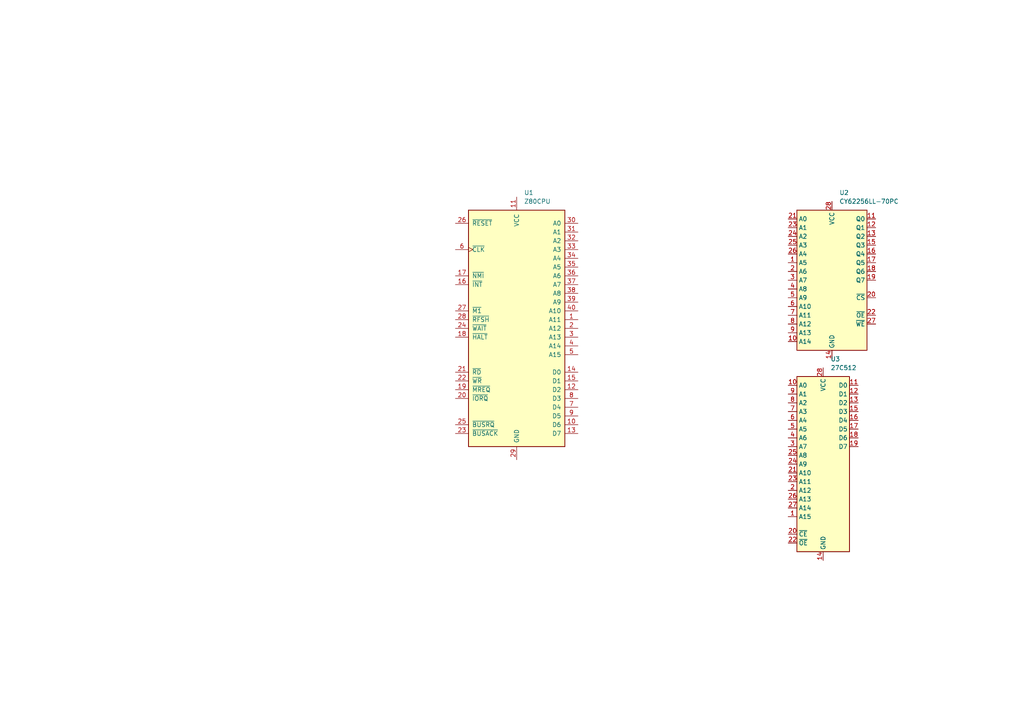
<source format=kicad_sch>
(kicad_sch (version 20250114) (generator "eeschema") (generator_version "9.0")
  (paper "A4")
  (lib_symbols
    (symbol "CPU:Z80CPU" (pin_names (offset 1.016))
      (property "Reference" "U" (at -13.97 35.56 0))
      (property "Value" "Z80CPU" (at 6.35 35.56 0))
      (symbol "Z80CPU_0_1"
        (rectangle (start -13.97 34.29) (end 13.97 -34.29) (stroke (width 0.254)) (fill (type background)))
      )
      (symbol "Z80CPU_1_1"
        (pin input line (at -17.78 30.48 0) (length 3.81) (name "~{RESET}") (number "26"))
        (pin input clock (at -17.78 22.86 0) (length 3.81) (name "~{CLK}") (number "6"))
        (pin input line (at -17.78 15.24 0) (length 3.81) (name "~{NMI}") (number "17"))
        (pin input line (at -17.78 12.7 0) (length 3.81) (name "~{INT}") (number "16"))
        (pin output line (at -17.78 5.08 0) (length 3.81) (name "~{M1}") (number "27"))
        (pin output line (at -17.78 2.54 0) (length 3.81) (name "~{RFSH}") (number "28"))
        (pin input line (at -17.78 0 0) (length 3.81) (name "~{WAIT}") (number "24"))
        (pin output line (at -17.78 -2.54 0) (length 3.81) (name "~{HALT}") (number "18"))
        (pin output line (at -17.78 -12.7 0) (length 3.81) (name "~{RD}") (number "21"))
        (pin output line (at -17.78 -15.24 0) (length 3.81) (name "~{WR}") (number "22"))
        (pin output line (at -17.78 -17.78 0) (length 3.81) (name "~{MREQ}") (number "19"))
        (pin output line (at -17.78 -20.32 0) (length 3.81) (name "~{IORQ}") (number "20"))
        (pin input line (at -17.78 -27.94 0) (length 3.81) (name "~{BUSRQ}") (number "25"))
        (pin output line (at -17.78 -30.48 0) (length 3.81) (name "~{BUSACK}") (number "23"))
        (pin power_in line (at 0 38.1 270) (length 3.81) (name "VCC") (number "11"))
        (pin power_in line (at 0 -38.1 90) (length 3.81) (name "GND") (number "29"))
        (pin output line (at 17.78 30.48 180) (length 3.81) (name "A0") (number "30"))
        (pin output line (at 17.78 27.94 180) (length 3.81) (name "A1") (number "31"))
        (pin output line (at 17.78 25.4 180) (length 3.81) (name "A2") (number "32"))
        (pin output line (at 17.78 22.86 180) (length 3.81) (name "A3") (number "33"))
        (pin output line (at 17.78 20.32 180) (length 3.81) (name "A4") (number "34"))
        (pin output line (at 17.78 17.78 180) (length 3.81) (name "A5") (number "35"))
        (pin output line (at 17.78 15.24 180) (length 3.81) (name "A6") (number "36"))
        (pin output line (at 17.78 12.7 180) (length 3.81) (name "A7") (number "37"))
        (pin output line (at 17.78 10.16 180) (length 3.81) (name "A8") (number "38"))
        (pin output line (at 17.78 7.62 180) (length 3.81) (name "A9") (number "39"))
        (pin output line (at 17.78 5.08 180) (length 3.81) (name "A10") (number "40"))
        (pin output line (at 17.78 2.54 180) (length 3.81) (name "A11") (number "1"))
        (pin output line (at 17.78 0 180) (length 3.81) (name "A12") (number "2"))
        (pin output line (at 17.78 -2.54 180) (length 3.81) (name "A13") (number "3"))
        (pin output line (at 17.78 -5.08 180) (length 3.81) (name "A14") (number "4"))
        (pin output line (at 17.78 -7.62 180) (length 3.81) (name "A15") (number "5"))
        (pin bidirectional line (at 17.78 -12.7 180) (length 3.81) (name "D0") (number "14"))
        (pin bidirectional line (at 17.78 -15.24 180) (length 3.81) (name "D1") (number "15"))
        (pin bidirectional line (at 17.78 -17.78 180) (length 3.81) (name "D2") (number "12"))
        (pin bidirectional line (at 17.78 -20.32 180) (length 3.81) (name "D3") (number "8"))
        (pin bidirectional line (at 17.78 -22.86 180) (length 3.81) (name "D4") (number "7"))
        (pin bidirectional line (at 17.78 -25.4 180) (length 3.81) (name "D5") (number "9"))
        (pin bidirectional line (at 17.78 -27.94 180) (length 3.81) (name "D6") (number "10"))
        (pin bidirectional line (at 17.78 -30.48 180) (length 3.81) (name "D7") (number "13"))
      )
    )
    (symbol "Memory_EPROM:27C512"
      (property "Reference" "U" (at -7.62 26.67 0))
      (property "Value" "27C512" (at 2.54 -26.67 0))
      (symbol "27C512_1_1"
        (rectangle (start -7.62 25.4) (end 7.62 -25.4) (stroke (width 0.254)) (fill (type background)))
        (pin input line (at -10.16 22.86 0) (length 2.54) (name "A0") (number "10"))
        (pin input line (at -10.16 20.32 0) (length 2.54) (name "A1") (number "9"))
        (pin input line (at -10.16 17.78 0) (length 2.54) (name "A2") (number "8"))
        (pin input line (at -10.16 15.24 0) (length 2.54) (name "A3") (number "7"))
        (pin input line (at -10.16 12.7 0) (length 2.54) (name "A4") (number "6"))
        (pin input line (at -10.16 10.16 0) (length 2.54) (name "A5") (number "5"))
        (pin input line (at -10.16 7.62 0) (length 2.54) (name "A6") (number "4"))
        (pin input line (at -10.16 5.08 0) (length 2.54) (name "A7") (number "3"))
        (pin input line (at -10.16 2.54 0) (length 2.54) (name "A8") (number "25"))
        (pin input line (at -10.16 0 0) (length 2.54) (name "A9") (number "24"))
        (pin input line (at -10.16 -2.54 0) (length 2.54) (name "A10") (number "21"))
        (pin input line (at -10.16 -5.08 0) (length 2.54) (name "A11") (number "23"))
        (pin input line (at -10.16 -7.62 0) (length 2.54) (name "A12") (number "2"))
        (pin input line (at -10.16 -10.16 0) (length 2.54) (name "A13") (number "26"))
        (pin input line (at -10.16 -12.7 0) (length 2.54) (name "A14") (number "27"))
        (pin input line (at -10.16 -15.24 0) (length 2.54) (name "A15") (number "1"))
        (pin input line (at -10.16 -20.32 0) (length 2.54) (name "~{CE}") (number "20"))
        (pin input line (at -10.16 -22.86 0) (length 2.54) (name "~{OE}") (number "22"))
        (pin power_in line (at 0 27.94 270) (length 2.54) (name "VCC") (number "28"))
        (pin power_in line (at 0 -27.94 90) (length 2.54) (name "GND") (number "14"))
        (pin tri_state line (at 10.16 22.86 180) (length 2.54) (name "D0") (number "11"))
        (pin tri_state line (at 10.16 20.32 180) (length 2.54) (name "D1") (number "12"))
        (pin tri_state line (at 10.16 17.78 180) (length 2.54) (name "D2") (number "13"))
        (pin tri_state line (at 10.16 15.24 180) (length 2.54) (name "D3") (number "15"))
        (pin tri_state line (at 10.16 12.7 180) (length 2.54) (name "D4") (number "16"))
        (pin tri_state line (at 10.16 10.16 180) (length 2.54) (name "D5") (number "17"))
        (pin tri_state line (at 10.16 7.62 180) (length 2.54) (name "D6") (number "18"))
        (pin tri_state line (at 10.16 5.08 180) (length 2.54) (name "D7") (number "19"))
      )
    )
    (symbol "Memory_RAM:CY62256-70PC"
      (property "Reference" "U2" (at 2.1433 25.4 0))
      (property "Value" "CY62256-70PC" (at 2.1433 22.86 0))
      (symbol "CY62256-70PC_0_0"
        (pin power_in line (at 0 22.86 270) (length 2.54) (name "VCC") (number "28"))
        (pin power_in line (at 0 -22.86 90) (length 2.54) (name "GND") (number "14"))
      )
      (symbol "CY62256-70PC_0_1"
        (rectangle (start -10.16 20.32) (end 10.16 -20.32) (stroke (width 0.254)) (fill (type background)))
      )
      (symbol "CY62256-70PC_1_1"
        (pin input line (at -12.7 17.78 0) (length 2.54) (name "A0") (number "21"))
        (pin input line (at -12.7 15.24 0) (length 2.54) (name "A1") (number "23"))
        (pin input line (at -12.7 12.7 0) (length 2.54) (name "A2") (number "24"))
        (pin input line (at -12.7 10.16 0) (length 2.54) (name "A3") (number "25"))
        (pin input line (at -12.7 7.62 0) (length 2.54) (name "A4") (number "26"))
        (pin input line (at -12.7 5.08 0) (length 2.54) (name "A5") (number "1"))
        (pin input line (at -12.7 2.54 0) (length 2.54) (name "A6") (number "2"))
        (pin input line (at -12.7 0 0) (length 2.54) (name "A7") (number "3"))
        (pin input line (at -12.7 -2.54 0) (length 2.54) (name "A8") (number "4"))
        (pin input line (at -12.7 -5.08 0) (length 2.54) (name "A9") (number "5"))
        (pin input line (at -12.7 -7.62 0) (length 2.54) (name "A10") (number "6"))
        (pin input line (at -12.7 -10.16 0) (length 2.54) (name "A11") (number "7"))
        (pin input line (at -12.7 -12.7 0) (length 2.54) (name "A12") (number "8"))
        (pin input line (at -12.7 -15.24 0) (length 2.54) (name "A13") (number "9"))
        (pin input line (at -12.7 -17.78 0) (length 2.54) (name "A14") (number "10"))
        (pin tri_state line (at 12.7 17.78 180) (length 2.54) (name "Q0") (number "11"))
        (pin tri_state line (at 12.7 15.24 180) (length 2.54) (name "Q1") (number "12"))
        (pin tri_state line (at 12.7 12.7 180) (length 2.54) (name "Q2") (number "13"))
        (pin tri_state line (at 12.7 10.16 180) (length 2.54) (name "Q3") (number "15"))
        (pin tri_state line (at 12.7 7.62 180) (length 2.54) (name "Q4") (number "16"))
        (pin tri_state line (at 12.7 5.08 180) (length 2.54) (name "Q5") (number "17"))
        (pin tri_state line (at 12.7 2.54 180) (length 2.54) (name "Q6") (number "18"))
        (pin tri_state line (at 12.7 0 180) (length 2.54) (name "Q7") (number "19"))
        (pin input line (at 12.7 -5.08 180) (length 2.54) (name "~{CS}") (number "20"))
        (pin input line (at 12.7 -10.16 180) (length 2.54) (name "~{OE}") (number "22"))
        (pin input line (at 12.7 -12.7 180) (length 2.54) (name "~{WE}") (number "27"))
      )
    )
  )
  (symbol (lib_id "CPU:Z80CPU") (at 149.86 95.25 0) (unit 1)
    (property "Reference" "U1" (at 152.0033 55.88 0) (effects (justify left)))
    (property "Value" "Z80CPU" (at 152.0033 58.42 0) (effects (justify left)))
    (property "Footprint" "Package_DIP:DIP-40_W15.24mm" (effects (hide yes)))
    (property "Datasheet" "www.zilog.com/manage_directlink.php?filepath=docs/z80/um0080" (effects (hide yes)))
    (property "Description" "8-bit General Purpose Microprocessor, DIP-40" (effects (hide yes)))
  )
  (symbol (lib_id "Memory_RAM:CY62256-70PC") (at 241.3 81.28 0) (unit 1)
    (property "Reference" "U2" (at 243.4433 55.88 0) (effects (justify left)))
    (property "Value" "CY62256LL-70PC" (at 243.4433 58.42 0) (effects (justify left)))
    (property "Footprint" "Package_DIP:DIP-28_W15.24mm" (effects (hide yes)))
    (property "Datasheet" "https://ecee.colorado.edu/~mcclurel/Cypress_SRAM_CY62256.pdf" (effects (hide yes)))
    (property "Description" "256K (32K x 8) Static RAM, 70ns, DIP-28" (effects (hide yes)))
  )
  (symbol (lib_id "Memory_EPROM:27C512") (at 238.76 134.62 0) (unit 1)
    (property "Reference" "U3" (at 240.9033 104.14 0) (effects (justify left)))
    (property "Value" "27C512" (at 240.9033 106.68 0) (effects (justify left)))
    (property "Footprint" "Package_DIP:DIP-28_W15.24mm" (effects (hide yes)))
    (property "Datasheet" "http://ww1.microchip.com/downloads/en/DeviceDoc/doc0015.pdf" (effects (hide yes)))
    (property "Description" "OTP EPROM 512 KiBit" (effects (hide yes)))
  )
)
</source>
